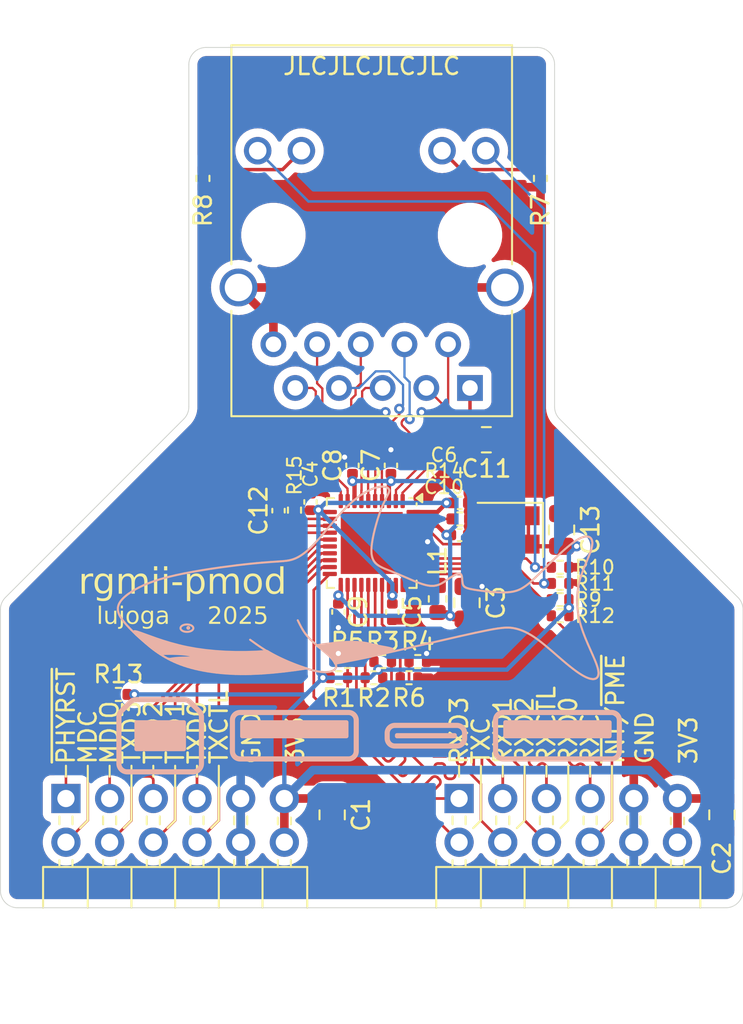
<source format=kicad_pcb>
(kicad_pcb
	(version 20240108)
	(generator "pcbnew")
	(generator_version "8.0")
	(general
		(thickness 1.6)
		(legacy_teardrops no)
	)
	(paper "A4")
	(layers
		(0 "F.Cu" signal)
		(1 "In1.Cu" signal)
		(2 "In2.Cu" signal)
		(31 "B.Cu" signal)
		(32 "B.Adhes" user "B.Adhesive")
		(33 "F.Adhes" user "F.Adhesive")
		(34 "B.Paste" user)
		(35 "F.Paste" user)
		(36 "B.SilkS" user "B.Silkscreen")
		(37 "F.SilkS" user "F.Silkscreen")
		(38 "B.Mask" user)
		(39 "F.Mask" user)
		(40 "Dwgs.User" user "User.Drawings")
		(41 "Cmts.User" user "User.Comments")
		(42 "Eco1.User" user "User.Eco1")
		(43 "Eco2.User" user "User.Eco2")
		(44 "Edge.Cuts" user)
		(45 "Margin" user)
		(46 "B.CrtYd" user "B.Courtyard")
		(47 "F.CrtYd" user "F.Courtyard")
		(48 "B.Fab" user)
		(49 "F.Fab" user)
		(50 "User.1" user)
		(51 "User.2" user)
		(52 "User.3" user)
		(53 "User.4" user)
		(54 "User.5" user)
		(55 "User.6" user)
		(56 "User.7" user)
		(57 "User.8" user)
		(58 "User.9" user)
	)
	(setup
		(stackup
			(layer "F.SilkS"
				(type "Top Silk Screen")
			)
			(layer "F.Paste"
				(type "Top Solder Paste")
			)
			(layer "F.Mask"
				(type "Top Solder Mask")
				(thickness 0.01)
			)
			(layer "F.Cu"
				(type "copper")
				(thickness 0.035)
			)
			(layer "dielectric 1"
				(type "prepreg")
				(thickness 0.1)
				(material "FR4")
				(epsilon_r 4.5)
				(loss_tangent 0.02)
			)
			(layer "In1.Cu"
				(type "copper")
				(thickness 0.035)
			)
			(layer "dielectric 2"
				(type "core")
				(thickness 1.24)
				(material "FR4")
				(epsilon_r 4.5)
				(loss_tangent 0.02)
			)
			(layer "In2.Cu"
				(type "copper")
				(thickness 0.035)
			)
			(layer "dielectric 3"
				(type "prepreg")
				(thickness 0.1)
				(material "FR4")
				(epsilon_r 4.5)
				(loss_tangent 0.02)
			)
			(layer "B.Cu"
				(type "copper")
				(thickness 0.035)
			)
			(layer "B.Mask"
				(type "Bottom Solder Mask")
				(thickness 0.01)
			)
			(layer "B.Paste"
				(type "Bottom Solder Paste")
			)
			(layer "B.SilkS"
				(type "Bottom Silk Screen")
			)
			(copper_finish "None")
			(dielectric_constraints yes)
		)
		(pad_to_mask_clearance 0)
		(allow_soldermask_bridges_in_footprints no)
		(pcbplotparams
			(layerselection 0x00010fc_ffffffff)
			(plot_on_all_layers_selection 0x0000000_00000000)
			(disableapertmacros no)
			(usegerberextensions yes)
			(usegerberattributes no)
			(usegerberadvancedattributes no)
			(creategerberjobfile no)
			(dashed_line_dash_ratio 12.000000)
			(dashed_line_gap_ratio 3.000000)
			(svgprecision 4)
			(plotframeref no)
			(viasonmask no)
			(mode 1)
			(useauxorigin no)
			(hpglpennumber 1)
			(hpglpenspeed 20)
			(hpglpendiameter 15.000000)
			(pdf_front_fp_property_popups yes)
			(pdf_back_fp_property_popups yes)
			(dxfpolygonmode yes)
			(dxfimperialunits yes)
			(dxfusepcbnewfont yes)
			(psnegative no)
			(psa4output no)
			(plotreference yes)
			(plotvalue no)
			(plotfptext yes)
			(plotinvisibletext no)
			(sketchpadsonfab no)
			(subtractmaskfromsilk yes)
			(outputformat 1)
			(mirror no)
			(drillshape 0)
			(scaleselection 1)
			(outputdirectory "gerber/")
		)
	)
	(net 0 "")
	(net 1 "GND")
	(net 2 "+3V3")
	(net 3 "+1V0")
	(net 4 "Net-(J1-CT)")
	(net 5 "/~{PHYRST}")
	(net 6 "/EXT_CLK")
	(net 7 "/MDI3+")
	(net 8 "/LED_LINK")
	(net 9 "/MDI1+")
	(net 10 "/MDI1-")
	(net 11 "/MDI0+")
	(net 12 "Net-(J1-Pad12)")
	(net 13 "Net-(J1-Pad13)")
	(net 14 "/MDI3-")
	(net 15 "/MDI2+")
	(net 16 "/MDI0-")
	(net 17 "/LED_ACTIVE")
	(net 18 "/MDI2-")
	(net 19 "/MDC")
	(net 20 "/MDIO")
	(net 21 "/TXD0")
	(net 22 "/TXD1")
	(net 23 "/TXD3")
	(net 24 "/TXCTL")
	(net 25 "/TXD2")
	(net 26 "/~{INT}{slash}~{PME}")
	(net 27 "/RXD3")
	(net 28 "/RXC")
	(net 29 "/RXCTL")
	(net 30 "/RXD2")
	(net 31 "/TXC")
	(net 32 "/RXD1")
	(net 33 "/RXD0")
	(net 34 "Net-(U1-REG_OUT)")
	(net 35 "Net-(U1-LED0{slash}CFG_EXT)")
	(net 36 "Net-(U1-RSET)")
	(net 37 "unconnected-(U1-CLKOUT-Pad35)")
	(net 38 "Earth")
	(footprint "Capacitor_SMD:C_0402_1005Metric" (layer "F.Cu") (at 155.11 103.33))
	(footprint "Resistor_SMD:R_0402_1005Metric" (layer "F.Cu") (at 150.1302 111.63 180))
	(footprint "Capacitor_SMD:C_0805_2012Metric" (layer "F.Cu") (at 156.665 97.8))
	(footprint "Capacitor_SMD:C_0805_2012Metric" (layer "F.Cu") (at 147.7 119.6 -90))
	(footprint "Capacitor_SMD:C_0402_1005Metric" (layer "F.Cu") (at 151.2 107.81 -90))
	(footprint "Resistor_SMD:R_0402_1005Metric" (layer "F.Cu") (at 160.955 105.21))
	(footprint "Capacitor_SMD:C_0805_2012Metric" (layer "F.Cu") (at 161.04 103.04 90))
	(footprint "Resistor_SMD:R_0402_1005Metric" (layer "F.Cu") (at 150.6402 110.69))
	(footprint "Resistor_SMD:R_0402_1005Metric" (layer "F.Cu") (at 152.6801 110.69))
	(footprint "Resistor_SMD:R_0402_1005Metric" (layer "F.Cu") (at 160.955 107.09 180))
	(footprint "lujoga:PinHeader_PMOD_02x06_P2.54mm_Horizontal" (layer "F.Cu") (at 161.43 119.92 90))
	(footprint "Resistor_SMD:R_0402_1005Metric" (layer "F.Cu") (at 140.185 82.61 -90))
	(footprint "Resistor_SMD:R_0402_1005Metric" (layer "F.Cu") (at 160.955 106.15))
	(footprint "Capacitor_SMD:C_0402_1005Metric" (layer "F.Cu") (at 146.44 101.415 90))
	(footprint "Resistor_SMD:R_0402_1005Metric" (layer "F.Cu") (at 135.27 112.6 180))
	(footprint "Capacitor_SMD:C_0402_1005Metric" (layer "F.Cu") (at 148.8824 99.29 90))
	(footprint "Capacitor_SMD:C_0402_1005Metric" (layer "F.Cu") (at 151.1176 99.29 90))
	(footprint "Oscillator:Oscillator_SMD_Abracon_ASE-4Pin_3.2x2.5mm" (layer "F.Cu") (at 158.06 103.04 180))
	(footprint "Resistor_SMD:R_0402_1005Metric" (layer "F.Cu") (at 148.09 111.63))
	(footprint "Capacitor_SMD:C_0402_1005Metric" (layer "F.Cu") (at 144.58 101.92 90))
	(footprint "Resistor_SMD:R_0402_1005Metric" (layer "F.Cu") (at 160.955 108.03 180))
	(footprint "Resistor_SMD:R_0402_1005Metric" (layer "F.Cu") (at 155.13 102.4))
	(footprint "Capacitor_SMD:C_0805_2012Metric" (layer "F.Cu") (at 155.54 107.275 90))
	(footprint "Resistor_SMD:R_0402_1005Metric" (layer "F.Cu") (at 145.51 101.89 -90))
	(footprint "lujoga:RJ45_Hanrun_HR911130A_Horizontal" (layer "F.Cu") (at 155.715 94.79 180))
	(footprint "Resistor_SMD:R_0402_1005Metric" (layer "F.Cu") (at 159.815 82.61 -90))
	(footprint "Capacitor_SMD:C_0402_1005Metric" (layer "F.Cu") (at 148.06175 107.81 -90))
	(footprint "Inductor_SMD:L_0603_1608Metric" (layer "F.Cu") (at 153.83 107.05 -90))
	(footprint "Resistor_SMD:R_0402_1005Metric" (layer "F.Cu") (at 148.6002 110.69 180))
	(footprint "Package_DFN_QFN:QFN-40-1EP_5x5mm_P0.4mm_EP3.6x3.6mm" (layer "F.Cu") (at 150 103.8 -90))
	(footprint "Capacitor_SMD:C_0805_2012Metric" (layer "F.Cu") (at 170.365 119.6 -90))
	(footprint "Capacitor_SMD:C_0402_1005Metric" (layer "F.Cu") (at 155.11 101.47))
	(footprint "Resistor_SMD:R_0402_1005Metric" (layer "F.Cu") (at 152.1701 111.63))
	(footprint "lujoga:PinHeader_PMOD_02x06_P2.54mm_Horizontal"
		(layer "F.Cu")
		(uuid "fbc42bf6-83ea-4fb2-9c99-90e3efeb75c5")
		(at 138.57 119.92 90)
		(property "Reference" "J2"
			(at -3.635 -8.62 90)
			(unlocked yes)
			(layer "F.SilkS")
			(hide yes)
			(uuid "830b6a33-05ad-4070-b3d2-e3be6e4324ea")
			(effects
				(font
					(size 1 1)
					(thickness 0.15)
				)
			)
		)
		(property "Value" "PMOD A"
			(at -3.635 8.62 90)
			(unlocked yes)
			(layer "F.Fab")
			(uuid "e02fa384-b0a2-4198-b2bb-0e06d7c417c3")
			(effects
				(font
					(size 1 1)
					(thickness 0.15)
				)
			)
		)
		(property "Footprint" "lujoga:PinHeader_PMOD_02x06_P2.54mm_Horizontal"
			(at 0 0 90)
			(unlocked yes)
			(layer "F.Fab")
			(hide yes)
			(uuid "acf1bb7e-1a18-4f1c-9aff-24f6741134c8")
			(effects
				(font
					(size 1 1)
					(thickness 0.15)
				)
			)
		)
		(property "Datasheet" ""
			(at 0 0 90)
			(unlocked yes)
			(layer "F.Fab")
			(hide yes)
			(uuid "32c5e0f4-14dd-4003-947f-08a164f224d9")
			(effects
				(font
					(size 1 1)
					(thickness 0.15)
				)
			)
		)
		(property "Description" "Generic connector, double row, 02x06, top/bottom pin numbering scheme (row 1: 1...pins_per_row, row2: pins_per_row+1 ... num_pins), script generated (kicad-library-utils/schlib/autogen/connector/)"
			(at 0 0 90)
			(unlocked yes)
			(layer "F.Fab")
			(hide yes)
			(uuid "f6a9da65-e2d4-4d7a-82c6-77d54cda2d43")
			(effects
				(font
					(size 1 1)
					(thickness 0.15)
				)
			)
		)
		(property ki_fp_filters "Connector*:*_2x??_*")
		(path "/bb989909-7536-4134-b796-04d7dcd5eabb")
		(sheetname "Stammblatt")
		(sheetfile "rgmii-pmod.kicad_sch")
		(attr through_hole)
		(fp_line
			(start -2.71 -7.68)
			(end -5.08 -7.68)
			(stroke
				(width 0.12)
				(type solid)
			)
			(layer "F.SilkS")
			(uuid "8abfdf42-a710-4e2e-a312-939311ec5df4")
		)
		(fp_line
			(start 0.227071 -6.73)
			(end -0.227071 -6.73)
			(stroke
				(width 0.12)
				(type solid)
			)
			(layer "F.SilkS")
			(uuid "3dc3a25e-8e82-4d33-bf7a-a205ef24092d")
		)
		(fp_line
			(start -2.312929 -6.73)
			(end -2.71 -6.73)
			(stroke
				(width 0.12)
				(type solid)
			)
			(layer "F.SilkS")
			(uuid "4e10f95f-b254-4ad4-930c-a30ecc60b4e4")
		)
		(fp_line
			(start 0.227071 -5.97)
			(end -0.227071 -5.97)
			(stroke
				(width 0.12)
				(type solid)
			)
			(layer "F.SilkS")
			(uuid "bfb9b1bc-ea6d-4bb1-aa30-8c9a83aa2c9e")
		)
		(fp_line
			(start -2.312929 -5.97)
			(end -2.71 -5.97)
			(stroke
				(width 0.12)
				(type solid)
			)
			(layer "F.SilkS")
			(uuid "20f3933a-05a0-494d-8ea5-373f6b69ffac")
		)
		(fp_line
			(start -2.71 -5.08)
			(end -5.08 -5.08)
			(stroke
				(width 0.12)
				(type solid)
			)
			(layer "F.SilkS")
			(uuid "779f6973-b0c7-4349-a7da-2c309741ebb2")
		)
		(fp_line
			(start 0.227071 -4.19)
			(end -0.227071 -4.19)
			(stroke
				(width 0.12)
				(type solid)
			)
			(layer "F.SilkS")
			(uuid "8909b67a-b705-4d2f-9b19-4e3462d971d7")
		)
		(fp_line
			(start -2.312929 -4.19)
			(end -2.71 -4.19)
			(stroke
				(width 0.12)
				(type solid)
			)
			(layer "F.SilkS")
			(uuid "fc5db768-0d92-4069-8655-43be8ef3b973")
		)
		(fp_line
			(start 0.227071 -3.43)
			(end -0.227071 -3.43)
			(stroke
				(width 0.12)
				(type solid)
			)
			(layer "F.SilkS")
			(uuid "392b2bd9-f807-4ed3-958a-b654a304501b")
		)
		(fp_line
			(start -2.312929 -3.43)
			(end -2.71 -3.43)
			(stroke
				(width 0.12)
				(type solid)
			)
			(layer "F.SilkS")
			(uuid "e3bd8e0a-71bc-487c-8160-6a24a080e2d6")
		)
		(fp_line
			(start -2.71 -2.54)
			(end -5.08 -2.54)
			(stroke
				(width 0.12)
				(type solid)
			)
			(layer "F.SilkS")
			(uuid "bbe4e131-6d04-4f4d-b146-e5e1e54c8e63")
		)
		(fp_line
			(start 0.227071 -1.65)
			(end -0.227071 -1.65)
			(stroke
				(width 0.12)
				(type solid)
			)
			(layer "F.SilkS")
			(uuid "0f9cf26d-f61c-453a-89d2-5c210b8234b0")
		)
		(fp_line
			(start -2.312929 -1.65)
			(end -2.71 -1.65)
			(stroke
				(width 0.12)
				(type solid)
			)
			(layer "F.SilkS")
			(uuid "6f2c05e8-7ed7-45c7-a9b3-1f231be91845")
		)
		(fp_line
			(start 0.227071 -0.89)
			(end -0.227071 -0.89)
			(stroke
				(width 0.12)
				(type solid)
			)
			(layer "F.SilkS")
			(uuid "5b014cbb-2ef4-464f-813f-3f160f0c3dda")
		)
		(fp_line
			(start -2.312929 -0.89)
			(end -2.71 -0.89)
			(stroke
				(width 0.12)
				(type solid)
			)
			(layer "F.SilkS")
			(uuid "159b2c34-41b9-44a4-874b-2a068fbda732")
		)
		(fp_line
			(start -2.71 0)
			(end -5.08 0)
			(stroke
				(width 0.12)
				(type solid)
			)
			(layer "F.SilkS")
			(uuid "4996319c-3263-4018-ae53-52849c0ca65b")
		)
		(fp_line
			(start 0.227071 0.89)
			(end -0.227071 0.89)
			(stroke
				(width 0.12)
				(type solid)
			)
			(layer "F.SilkS")
			(uuid "d3e8185c-b9d3-4e09-9df8-72bd2879031c")
		)
		(fp_line
			(start -2.312929 0.89)
			(end -2.71 0.89)
			(stroke
				(width 0.12)
				(type solid)
			)
			(layer "F.SilkS")
			(uuid "ff79315c-a4b9-439f-8a06-585a0bb4d651")
		)
		(fp_line
			(start 0.227071 1.65)
			(end -0.227071 1.65)
			(stroke
				(width 0.12)
				(type solid)
			)
			(layer "F.SilkS")
			(uuid "04decbb0-bea1-49f4-8000-75a9f933feb9")
		)
		(fp_line
			(start -2.312929 1.65)
			(end -2.71 1.65)
			(stroke
				(width 0.12)
				(type solid)
			)
			(layer "F.SilkS")
			(uuid "2f3c44cf-3a24-43d5-81af-47dc5951bc55")
		)
		(fp_line
			(start -2.71 2.54)
			(end -5.08 2.54)
			(stroke
				(width 0.12)
				(type solid)
			)
			(layer "F.SilkS")
			(uuid "b397508a-acca-41b8-ba07-c9eda7dbf5b2")
		)
		(fp_line
			(start 0.227071 3.43)
			(end -0.227071 3.43)
			(stroke
				(width 0.12)
				(type solid)
			)
			(layer "F.SilkS")
			(uuid "2be510db-56bf-4e3a-9e72-a4fb2ad6369b")
		)
		(fp_line
			(start -2.312929 3.43)
			(end -2.71 3.43)
			(stroke
				(width 0.12)
				(type solid)
			)
			(layer "F.SilkS")
			(uuid "a28c7933-76db-4a7a-8696-9ad8f944204a")
		)
		(fp_line
			(start 0.227071 4.19)
			(end -0.227071 4.19)
			(stroke
				(width 0.12)
				(type solid)
			)
			(layer "F.SilkS")
			(uuid "83448459-320a-4c05-997d-52ae580c377f")
		)
		(fp_line
			(start -2.312929 4.19)
			(end -2.71 4.19)
			(stroke
				(width 0.12)
				(type solid)
			)
			(layer "F.SilkS")
			(uuid "667873e3-64a9-4363-80b7-1e810cbe32bb")
		)
		(fp_line
			(start -2.71 5.08)
			(end -5.08 5.08)
			(stroke
				(width 0.12)
				(type solid)
			)
			(layer "F.SilkS")
			(uuid "837a2cd9-3ab4-4039-9ca6-cfa4f6710675")
		)
		(fp_line
			(start 0.16 5.97)
			(end -0.227071 5.97)
			(stroke
				(width 0.12)
				(type solid)
			)
			(layer "F.SilkS")
			(uuid "92a3e6c8-881f-4b4a-b208-6833c3ad62a4")
		)
		(fp_line
			(start -2.312929 5.97)
			(end -2.71 5.97)
			(stroke
				(width 0.12)
				(type solid)
			)
			(layer "F.SilkS")
			(uuid "1e600bac-ec89-47f1-a42c-c423ae0a1a0f")
		)
		(fp_line
			(start 0.16 6.73)
			(end -0.227071 6.73)
			(stroke
				(width 0.12)
				(type solid)
			)
			(layer "F.SilkS")
			(uuid "ca4f1dc1-1bd4-40c3-b3bb-c3391e1db423")
		)
		(fp_line
			(start -2.312929 6.73)
			(end -2.71 6.73)
			(stroke
				(width 0.12)
				(type solid)
			)
			(layer "F.SilkS")
			(uuid "1f942e14-aff1-43af-a76f-19ca02ff063c")
		)
		(fp_line
			(start -2.71 7.68)
			(end -2.71 -7.68)
			(stroke
				(width 0.12)
				(type solid)
			)
			(layer "F.SilkS")
			(uuid "19a353bb-eb71-4277-813e-3a42c42808dc")
		)
		(fp_line
			(start -5.08 7.68)
			(end -2.71 7.68)
			(stroke
				(width 0.12)
				(type solid)
			)
			(layer "F.SilkS")
			(uuid "2f4575e2-1abc-4bd2-bab9-c889188b710e")
		)
		(fp_line
			(start -5.08 7.62)
			(end -5.08 -7.62)
			(stroke
				(width 0.1)
				(type default)
			)
			(layer "Dwgs.User")
			(uuid "a93fda30-7c85-417e-8c0f-1a453e244e92")
		)
		(fp_line
			(start 3.07 -8.15)
			(end -11.83 -8.15)
			(stroke
				(width 0.05)
				(type solid)
			)
			(layer "F.CrtYd")
			(uuid "712fda83-9c8c-43d7-a291-6462bd2b2ce2")
		)
		(fp_line
			(start -11.83 -8.15)
			(end -11.83 8.15)
			(stroke
				(width 0.05)
				(type solid)
			)
			(layer "F.CrtYd")
			(uuid "59cbb2ec-c095-48ac-9846-a9d8ec902573")
		)
		(fp_line
			(start 3.07 8.15)
			(end 3.07 -8.15)
			(stroke
				(width 0.05)
				(type solid)
			)
			(layer "F.CrtYd")
			(uuid "d776a1eb-3569-4399-bc07-a2c97072a746")
		)
		(fp_line
			(start -11.83 8.15)
			(end 3.07 8.15)
			(stroke
				(width 0.05)
				(type solid)
			)
			(layer "F.CrtYd")
			(uuid "dc4fc2e5-4324-466b-880f-009ce2170d65")
		)
		(fp_line
			(start -3.405 -7.62)
			(end -2.77 -6.985)
			(stroke
				(width 0.1)
				(type solid)
			)
			(layer "F.Fab")
			(uuid "5370868d-1d2e-40c7-93c8-f4d3be37a098")
		)
		(fp_line
			(start -5.31 -7.62)
			(end -3.405 -7.62)
			(stroke
				(width 0.1)
				(type solid)
			)
			(layer "F.Fab")
			(uuid "f42a2947-b472-4f1d-81b3-f25ad39e01ba")
		)
		(fp_line
			(start -2.77 -6.985)
			(end -2.77 7.62)
			(stroke
				(width 0.1)
				(type solid)
			)
			(layer "F.Fab")
			(uuid "e0b9c259-7bdd-4f6a-83d6-646d5e0f45b6")
		)
		(fp_line
			(start 1.59 -6.67)
			(end -2.77 -6.67)
			(stroke
				(width 0.1)
				(type solid)
			)
			(layer "F.Fab")
			(uuid "bff60260-2a6b-4ab6-8d89-c14e59de6efb")
		)
		(fp_line
			(start -5.31 -6.67)
			(end -11.31 -6.67)
			(stroke
				(width 0.1)
				(type solid)
			)
			(layer "F.Fab")
			(uuid "db9dfc55-edd4-413e-8903-181efedf538b")
		)
		(fp_line
			(start 1.59 -6.03)
			(end 1.59 -6.67)
			(stroke
				(width 0.1)
				(type solid)
			)
			(layer "F.Fab")
			(uuid "a1faeb1b-4f87-4c7c-a749-ac5d93b0d218")
		)
		(fp_line
			(start 1.59 -6.03)
			(end -2.77 -6.03)
			(stroke
				(width 0.1)
				(type solid)
			)
			(layer "F.Fab")
			(uuid "8dd3d72b-da5c-45a0-8272-06b14a17ab26")
		)
		(fp_line
			(start -5.31 -6.03)
			(end -11.31 -6.03)
			(stroke
				(width 0.1)
				(type solid)
			)
			(layer "F.Fab")
			(uuid "74da6d77-afad-4dcc-950e-9b4cbd161a36")
		)
		(fp_line
			(start -11.31 -6.03)
			(end -11.31 -6.67)
			(stroke
				(width 0.1)
				(type solid)
			)
			(layer "F.Fab")
			(uuid "353f9a45-9c64-4faf-a45c-ddf23f899f3f")
		)
		(fp_line
			(start 1.59 -4.13)
			(end -2.77 -4.13)
			(stroke
				(width 0.1)
				(type solid)
			)
			(layer "F.Fab")
			(uuid "a8a30374-a3c2-4577-afd1-333e538f5cc9")
		)
		(fp_line
			(start -5.31 -4.13)
			(end -11.31 -4.13)
			(stroke
				(width 0.1)
				(type solid)
			)
			(layer "F.Fab")
			(uuid "17ea6237-2a6a-4b8c-8747-ef790ce9b5d6")
		)
		(fp_line
			(start 1.59 -3.49)
			(end 1.59 -4.13)
			(stroke
				(width 0.1)
				(type solid)
			)
			(layer "F.Fab")
			(uuid "7394a0d9-67f9-47fd-a355-d94df5e6dedb")
		)
		(fp_line
			(start 1.59 -3.49)
			(end -2.77 -3.49)
			(stroke
				(width 0.1)
				(type solid)
			)
			(layer "F.Fab")
			(uuid "bcaadf79-e032-40bf-8503-b290eb411b50")
		)
		(fp_line
			(start -5.31 -3.49)
			(end -11.31 -3.49)
			(stroke
				(width 0.1)
				(type solid)
			)
			(layer "F.Fab")
			(uuid "19b92898-54b4-4410-b8e5-ab470d777176")
		)
		(fp_line
			(start -11.31 -3.49)
			(end -11.31 -4.13)
			(stroke
				(width 0.1)
				(type solid)
			)
			(layer "F.Fab")
			(uuid "34981341-b871-468a-8646-1745bb8b00f6")
		)
		(fp_line
			(start 1.59 -1.59)
			(end -2.77 -1.59)
			(stroke
				(width 0.1)
				(type solid)
			)
			(layer "F.Fab")
			(uuid "179ae1f8-cef2-4655-a838-bc843625a8bf")
		)
		(fp_line
			(start -5.31 -1.59)
			(end -11.31 -1.59)
			(stroke
				(width 0.1)
				(type solid)
			)
			(layer "F.Fab")
			(uuid "748e4ccf-cebf-41ab-8d9f-cdfc26950355")
		)
		(fp_line
			(start 1.59 -0.95)
			(end 1.59 -1.59)
			(stroke
				(width 0.1)
				(type solid)
			)
			(layer "F.Fab")
			(uuid "6a292eb2-57db-4a0e-a727-6c7aa8517bdf")
		)
		(fp_line
			(start 1.59 -0.95)
			(end -2.77 -0.95)
			(stroke
				(width 0.1)
				(type solid)
			)
			(layer "F.Fab")
			(uuid "eaa54155-c844-4cfd-ac24-12d99b852f10")
		)
		(fp_line
			(start -5.31 -0.95)
			(end -11.31 -0.95)
			(stroke
				(width 0.1)
				(type solid)
			)
			(layer "F.Fab")
			(uuid "75280a69-c66d-4811-83af-21ec3ef6e2de")
		)
		(fp_line
			(start -11.31 -0.95)
			(end -11.31 -1.59)
			(stroke
				(width 0.1)
				(type solid)
			)
			(layer "F.Fab")
			(uuid "61f1e35f-4058-461c-a20a-6d1db8f213e6")
		)
		(fp_line
			(start 1.59 0.95)
			(end -2.77 0.95)
			(stroke
				(width 0.1)
				(type solid)
			)
			(layer "F.Fab")
			(uuid "991b6877-d449-4039-bcd8-fa4278667494")
		)
		(fp_line
			(start -5.31 0.95)
			(end -11.31 0.95)
			(stroke
				(width 0.1)
				(type solid)
			)
			(layer "F.Fab")
			(uuid "7a8a51e7-fec8-492f-b234-5f1ef2fe7201")
		)
		(fp_line
			(start 1.59 1.59)
			(end 1.59 0.95)
			(stroke
				(width 0.1)
				(type solid)
			)
			(layer "F.Fab")
			(uuid "4a58c994-8ab9-4c13-8c91-70d6657b5e81")
		)
		(fp_line
			(start 1.59 1.59)
			(end -2.77 1.59)
			(stroke
				(width 0.1)
				(type solid)
			)
			(layer "F.Fab")
			(uuid "3cf8976e-c1ac-46e1-af35-6d756779b3af")
		)
		(fp_line
			(start -5.31 1.59)
			(end -11.31 1.59)
			(stroke
				(width 0.1)
				(type solid)
			)
			(layer "F.Fab")
			(uuid "024f7e3a-d855-4955-99b3-d44866d1295a")
		)
		(fp_line
			(start -11.31 1.59)
			(end -11.31 0.95)
			(stroke
				(width 0.1)
				(type solid)
			)
			(layer "F.Fab")
			(uuid "80e89b92-789f-41da-917f-379b609d7f91")
		)
		(fp_line
			(start 1.59 3.49)
			(end -2.77 3.49)
			(stroke
				(width 0.1)
				(type solid)
			)
			(layer "F.Fab")
			(uuid "ed19fbf7-8813-4303-95d9-7a43cfdcad70")
		)
		(fp_line
			(start -5.31 3.49)
			(end -11.31 3.49)
			(stroke
				(width 0.1)
				(type solid)
			)
			(layer "F.Fab")
			(uuid "8d73470d-c200-4ed7-8916-33e95a308006")
		)
		(fp_line
			(start 1.59 4.13)
			(end 1.59 3.49)
			(stroke
				(width 0.1)
				(type solid)
			)
			(layer "F.Fab")
			(uuid "2b868139-17b9-4276-acdb-17713f4f51fb")
		)
		(fp_line
			(start 1.59 4.13)
			(end -2.77 4.13)
			(stroke
				(width 0.1)
				(type solid)
			)
			(layer "F.Fab")
			(uuid "b2a6ef19-7b8b-46d8-82fa-ae93598b5605")
		)
		(fp_line
			(start -5.31 4.13)
			(end -11.31 4.13)
			(stroke
				(width 0.1)
				(type solid)
			)
			(layer "F.Fab")
			(uuid "d0af457d-1947-4dfb-9266-4bc3a9812f07")
		)
		(fp_line
			(start -11.31 4.13)
			(end -11.31 3.49)
			(stroke
				(width 0.1)
				(type solid)
			)
			(layer "F.Fab")
			(uuid "a680cdb4-7e0c-4e65-a951-305a9872e047")
		)
		(fp_line
			(start 1.59 6.03)
			(end -2.77 6.03)
			(stroke
				(width 0.1)
				(type solid)
			)
			(layer "F.Fab")
			(uuid "ecb797d4-e2d8-4063-b461-2c2a9a93daa1")
		)
		(fp_line
			(start -5.31 6.03)
			(end -11.31 6.03)
			(stroke
				(width 0.1)
				(type solid)
			)
			(layer "F.Fab")
			(uuid "c9ba02d5-de69-406a-ab44-dbe6fc622796")
		)
		(fp_line
			(start 1.59 6.67)
			(end 1.59 6.03)
			(stroke
				(width 0.1)
				(type solid)
			)
			(layer "F.Fab")
			(uuid "9590be10-5e46-4cb8-b510-5c79fc59aa72")
		)
		(fp_line
			(start 1.59 6.67)
			(end -2.77 6.67)
			(stroke
				(width 0.1)
				(type solid)
			)
			(layer "F.Fab")
			(uuid "9e47d797-e243-4be9-9bc6-0ae5aa9f98ad")
		)
		(fp_line
			(start -5.31 6.67)
			(end -11.31 6.67)
			(stroke
				(width 0.1)
				(type solid)
			)
			(layer "F.Fab")
			(uuid "03ba0b11-6a4b-4476-b8f0-d904bc90b1ee")
		)
		(fp_line
			(start -11.31 6.67)
			(end -11.31 6.03)
			(stroke
				(width 0.1)
				(type solid)
			)
			(layer "F.Fab")
			(uuid "7c3b8679-d52e-4205-ab04-4370a9cc2793")
		)
		(fp_line
			(start -2.77 7.62)
			(end -5.31 7.62)
			(stroke
				(width 0.1)
				(type solid)
			)
			(layer "F.Fab")
			(uuid "e37f506c-0504-43f2-ac3b-ba44114ee2e0")
		)
		(fp_line
			(start -5.31 7.62)
			(end -5.31 -7.62)
			(stroke
				(width 0.1)
				(type solid)
			)
			(layer "F.Fab")
			(uuid "2c7ac499-793d-4629-a8e2-91e8ff0ee73e")
		)
		(fp_text user "PCB edge"
			(at -5.08 0 0)
			(layer "Cmts.User")
			(uuid "7ea288b1-0139-4b41-a6aa-e7a0db2a769e")
			(effects
				(font
					(size 1 1)
					(thickness 0.15)
				)
				(justify top)
			)
		)
		(fp_text user "${REFERENCE}"
			(at -4.04 0 0)
			(layer "F.Fab")
			(uuid "128505f4-5672-48bc-982d-816cad23e6c8")
			(effects
				(font
					(size 1 1)
					(thickness 0.15)
				)
			)
		)
		(pad "1" thru_hole rect
			(at 1.27 -6.35 270)
			(size 1.7 1.7)
			(drill 1)
			(layers "*.Cu" "*.Mask")
			(remove_unused_layers no)
			(net 5 "/~{PHYRST}")
			(pinfunction "Pin_1")
			(pintype "passive")
			(uuid "3fa985ec-487b-4242-9523-0fbe8a08b8a0")
		)
		(pad "2" thru_hole oval
			(at 1.27 -3.81 270)
			(size 1.7 1.7)
			(drill 1)
			(layers "*.Cu" "*.Mask")
			(remove_unused_layers no)
			(net 20 "/MDIO")
			(pinfunction "Pin_2")
			(pintype "passive")
			(uuid "394090f3-e7e8-4303-a4a2-291168f6f614")
		)
		(pad "3" thru_hole oval
			(at 1.27 -1.27 270)
			(size 1.7 1.7)
			(drill 1)
			(layers "*.Cu" "*.Mask")
			(remove_unused_layers no)
			(net 25 "/TXD2")
			(pinfunction "Pin_3")
			(pintype "passive")
			(uuid "d29bd436-d068-4e56-8ba5-35011d29b844")
		)
		(pad "4" thru_hole oval
			(at 1.27 1.27 270)
			(size 1.7 1.7)
			(drill 1)
			(layers "*.Cu" "*.Mask")
			(remove_unused_layers no)
			(net 21 "/TXD0")
			(pinfunction "Pin_4")
			(pintype "passive")
			(uuid "3e6a00cb-473e-435f-8ece-ab388ce3078c")
		)
		(pad "5" thru_hole oval
			(at 1.27 3.81 270)
			(size 1.7 1.7)
			(drill 1)
			(layers "*.Cu" "*.Mask")
			(remove_unused_layers no)
			(net 1 "GND")
			(pinfunction "Pin_5")
			(pintype "passive")
			(uuid "ee820703-d3e2-4369-a934-27f3abb79e50")
		)
		(pad "6" thru_hole oval
			(at 1.27 6.35 270)
			(size 1.7 1.7)
			(drill 1)
			(layers "*.Cu" "*.Mask")
			(remove_unused_layers no)
			(net 2 "+3V3")
			(pinfunction "Pin_6")
			(pintype "passive")
			(uuid "89906bdf-6efc-4cd8-a178-76f86c5b13e3")
		)
		(pad "7" thru_hole oval
			(at -1.27 -6.35 270)
			(size 1.7 1.7)
			(drill 1)
			(layers "*.Cu" "*.Mask")
			(remove_unused_layers no)
			(net 19 "/MDC")
			(pinfunction "Pin_7")
			(pintype "passive")
			(uuid "2456f048-f9cf-4207-9ad6-98eeefd55b1a")
		)
		(pad "8" thru_hole oval
			(at -1.27 -3.81 270)
			(size 1.7 1.7)
			(drill 1)
			(layers "*.Cu" "*.Mask")
			(remove_unused_layers no)
			(net 23 "/TXD3")
			(pinfunction "Pin_8")
			(pintype "passive")
			(uuid "4eb9f773-f7a7-482e-900c-9b9020c4421e")
		)
		(pad "9" thru_hole oval
			(at -1.27 -1.27 270)
			(size 1.7 1.7)
			(drill 1)
			(layers "*.Cu" "*.Mask")
			(remove_unused_layers no)
			(net 22 "/TXD1")
			(pinfunction "Pin_9")
			(pintype "passive")
			(uuid "4b2e3137-a35e-4216-a476-fa2024d37c39")
		)
		(pad "10" thru_hole oval
			(at -1.27 1.27 270)
			(size 1.
... [614066 chars truncated]
</source>
